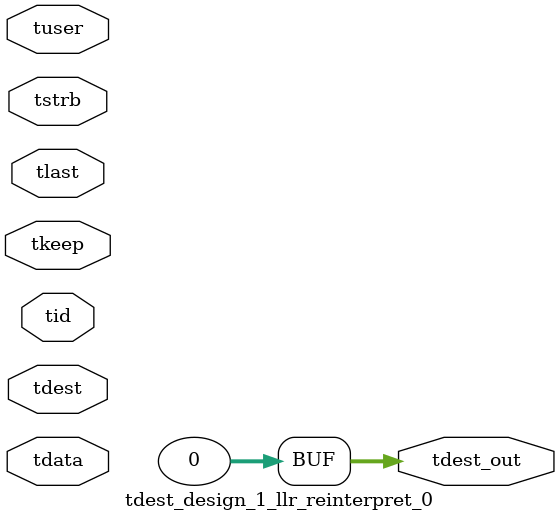
<source format=v>


`timescale 1ps/1ps

module tdest_design_1_llr_reinterpret_0 #
(
parameter C_S_AXIS_TDATA_WIDTH = 32,
parameter C_S_AXIS_TUSER_WIDTH = 0,
parameter C_S_AXIS_TID_WIDTH   = 0,
parameter C_S_AXIS_TDEST_WIDTH = 0,
parameter C_M_AXIS_TDEST_WIDTH = 32
)
(
input  [(C_S_AXIS_TDATA_WIDTH == 0 ? 1 : C_S_AXIS_TDATA_WIDTH)-1:0     ] tdata,
input  [(C_S_AXIS_TUSER_WIDTH == 0 ? 1 : C_S_AXIS_TUSER_WIDTH)-1:0     ] tuser,
input  [(C_S_AXIS_TID_WIDTH   == 0 ? 1 : C_S_AXIS_TID_WIDTH)-1:0       ] tid,
input  [(C_S_AXIS_TDEST_WIDTH == 0 ? 1 : C_S_AXIS_TDEST_WIDTH)-1:0     ] tdest,
input  [(C_S_AXIS_TDATA_WIDTH/8)-1:0 ] tkeep,
input  [(C_S_AXIS_TDATA_WIDTH/8)-1:0 ] tstrb,
input                                                                    tlast,
output [C_M_AXIS_TDEST_WIDTH-1:0] tdest_out
);

assign tdest_out = {1'b0};

endmodule


</source>
